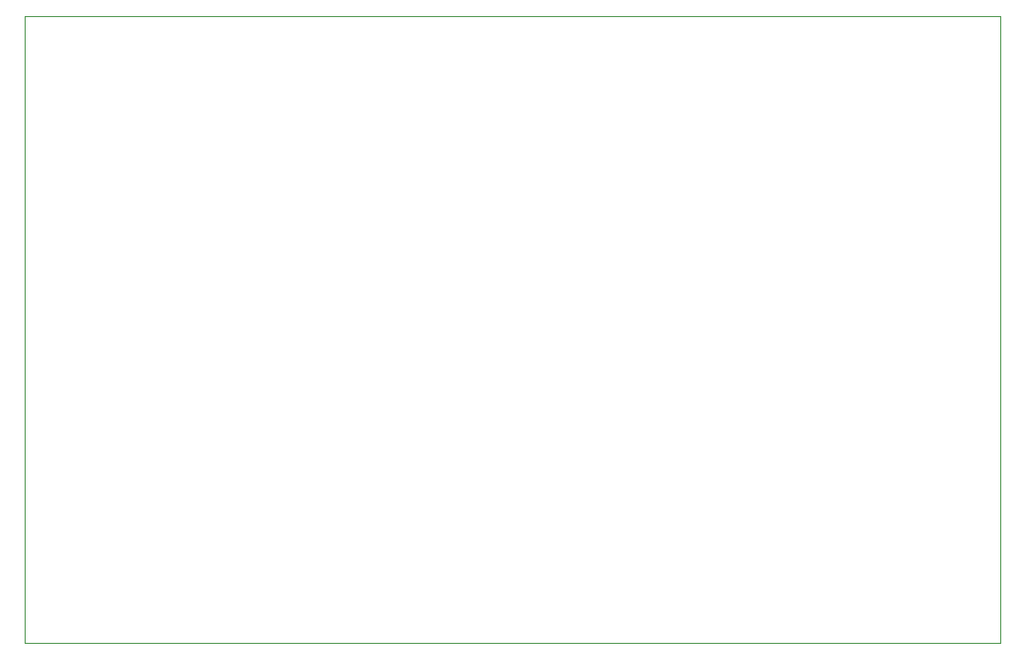
<source format=gbr>
%TF.GenerationSoftware,KiCad,Pcbnew,9.0.7*%
%TF.CreationDate,2026-01-03T19:20:17+01:00*%
%TF.ProjectId,PCB,5043422e-6b69-4636-9164-5f7063625858,rev?*%
%TF.SameCoordinates,Original*%
%TF.FileFunction,Profile,NP*%
%FSLAX46Y46*%
G04 Gerber Fmt 4.6, Leading zero omitted, Abs format (unit mm)*
G04 Created by KiCad (PCBNEW 9.0.7) date 2026-01-03 19:20:17*
%MOMM*%
%LPD*%
G01*
G04 APERTURE LIST*
%TA.AperFunction,Profile*%
%ADD10C,0.050000*%
%TD*%
G04 APERTURE END LIST*
D10*
X78994000Y-108150000D02*
X165989000Y-108150000D01*
X78994000Y-52150000D02*
X165989000Y-52150000D01*
X78994000Y-52150000D02*
X78994000Y-108150000D01*
X165989000Y-52150000D02*
X165989000Y-108150000D01*
M02*

</source>
